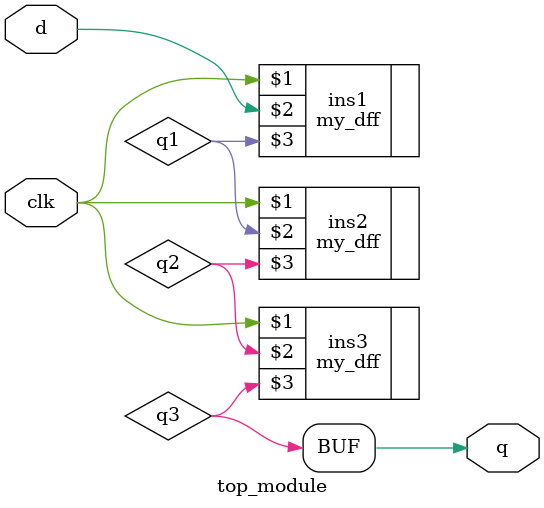
<source format=v>
module top_module ( input clk, input d, output q );
    wire q1,q2,q3;
    my_dff ins1(clk,d,q1);
    my_dff ins2(clk,q1,q2);
    my_dff ins3(clk,q2,q3);
    assign q = q3;
endmodule

</source>
